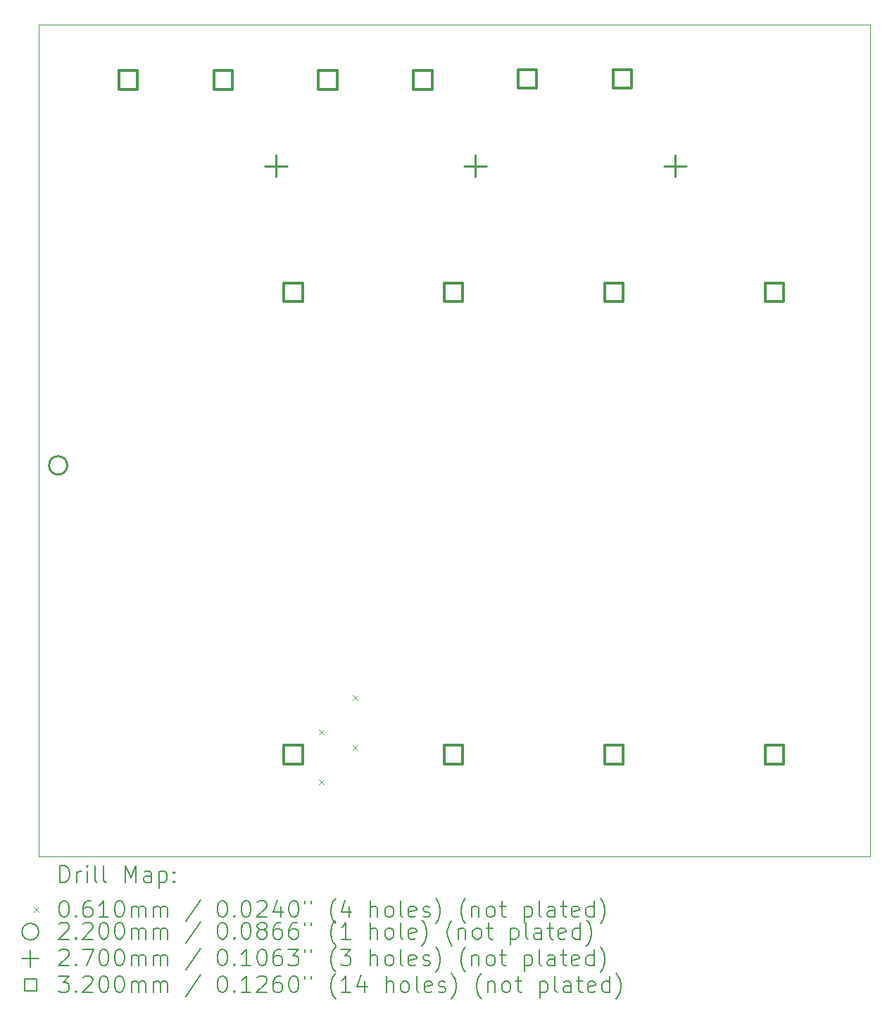
<source format=gbr>
%FSLAX45Y45*%
G04 Gerber Fmt 4.5, Leading zero omitted, Abs format (unit mm)*
G04 Created by KiCad (PCBNEW (6.0.6)) date 2023-10-25 22:22:26*
%MOMM*%
%LPD*%
G01*
G04 APERTURE LIST*
%TA.AperFunction,Profile*%
%ADD10C,0.050000*%
%TD*%
%ADD11C,0.200000*%
%ADD12C,0.061000*%
%ADD13C,0.220000*%
%ADD14C,0.270000*%
%ADD15C,0.320000*%
G04 APERTURE END LIST*
D10*
X0Y-10000000D02*
X10000000Y-10000000D01*
X0Y-10000000D02*
X0Y0D01*
X10000000Y0D02*
X10000000Y-10000000D01*
X10000000Y0D02*
X0Y0D01*
D11*
D12*
X3364500Y-8474500D02*
X3425500Y-8535500D01*
X3425500Y-8474500D02*
X3364500Y-8535500D01*
X3364500Y-9074500D02*
X3425500Y-9135500D01*
X3425500Y-9074500D02*
X3364500Y-9135500D01*
X3774500Y-8064500D02*
X3835500Y-8125500D01*
X3835500Y-8064500D02*
X3774500Y-8125500D01*
X3774500Y-8664500D02*
X3835500Y-8725500D01*
X3835500Y-8664500D02*
X3774500Y-8725500D01*
D13*
X341250Y-5300000D02*
G75*
G03*
X341250Y-5300000I-110000J0D01*
G01*
D14*
X2850000Y-1565000D02*
X2850000Y-1835000D01*
X2715000Y-1700000D02*
X2985000Y-1700000D01*
X5250000Y-1565000D02*
X5250000Y-1835000D01*
X5115000Y-1700000D02*
X5385000Y-1700000D01*
X7650000Y-1565000D02*
X7650000Y-1835000D01*
X7515000Y-1700000D02*
X7785000Y-1700000D01*
D15*
X1186138Y-778138D02*
X1186138Y-551862D01*
X959862Y-551862D01*
X959862Y-778138D01*
X1186138Y-778138D01*
X2329138Y-778138D02*
X2329138Y-551862D01*
X2102862Y-551862D01*
X2102862Y-778138D01*
X2329138Y-778138D01*
X3168638Y-3332638D02*
X3168638Y-3106362D01*
X2942362Y-3106362D01*
X2942362Y-3332638D01*
X3168638Y-3332638D01*
X3168638Y-8893638D02*
X3168638Y-8667362D01*
X2942362Y-8667362D01*
X2942362Y-8893638D01*
X3168638Y-8893638D01*
X3586138Y-778138D02*
X3586138Y-551862D01*
X3359862Y-551862D01*
X3359862Y-778138D01*
X3586138Y-778138D01*
X4729138Y-778138D02*
X4729138Y-551862D01*
X4502862Y-551862D01*
X4502862Y-778138D01*
X4729138Y-778138D01*
X5098638Y-3332638D02*
X5098638Y-3106362D01*
X4872362Y-3106362D01*
X4872362Y-3332638D01*
X5098638Y-3332638D01*
X5098638Y-8893638D02*
X5098638Y-8667362D01*
X4872362Y-8667362D01*
X4872362Y-8893638D01*
X5098638Y-8893638D01*
X5986138Y-768138D02*
X5986138Y-541862D01*
X5759862Y-541862D01*
X5759862Y-768138D01*
X5986138Y-768138D01*
X7028638Y-3332638D02*
X7028638Y-3106362D01*
X6802362Y-3106362D01*
X6802362Y-3332638D01*
X7028638Y-3332638D01*
X7028638Y-8893638D02*
X7028638Y-8667362D01*
X6802362Y-8667362D01*
X6802362Y-8893638D01*
X7028638Y-8893638D01*
X7129138Y-768138D02*
X7129138Y-541862D01*
X6902862Y-541862D01*
X6902862Y-768138D01*
X7129138Y-768138D01*
X8958638Y-3332638D02*
X8958638Y-3106362D01*
X8732362Y-3106362D01*
X8732362Y-3332638D01*
X8958638Y-3332638D01*
X8958638Y-8893638D02*
X8958638Y-8667362D01*
X8732362Y-8667362D01*
X8732362Y-8893638D01*
X8958638Y-8893638D01*
D11*
X255119Y-10312976D02*
X255119Y-10112976D01*
X302738Y-10112976D01*
X331310Y-10122500D01*
X350357Y-10141548D01*
X359881Y-10160595D01*
X369405Y-10198690D01*
X369405Y-10227262D01*
X359881Y-10265357D01*
X350357Y-10284405D01*
X331310Y-10303452D01*
X302738Y-10312976D01*
X255119Y-10312976D01*
X455119Y-10312976D02*
X455119Y-10179643D01*
X455119Y-10217738D02*
X464643Y-10198690D01*
X474167Y-10189167D01*
X493214Y-10179643D01*
X512262Y-10179643D01*
X578929Y-10312976D02*
X578929Y-10179643D01*
X578929Y-10112976D02*
X569405Y-10122500D01*
X578929Y-10132024D01*
X588452Y-10122500D01*
X578929Y-10112976D01*
X578929Y-10132024D01*
X702738Y-10312976D02*
X683690Y-10303452D01*
X674167Y-10284405D01*
X674167Y-10112976D01*
X807500Y-10312976D02*
X788452Y-10303452D01*
X778928Y-10284405D01*
X778928Y-10112976D01*
X1036071Y-10312976D02*
X1036071Y-10112976D01*
X1102738Y-10255833D01*
X1169405Y-10112976D01*
X1169405Y-10312976D01*
X1350357Y-10312976D02*
X1350357Y-10208214D01*
X1340833Y-10189167D01*
X1321786Y-10179643D01*
X1283690Y-10179643D01*
X1264643Y-10189167D01*
X1350357Y-10303452D02*
X1331310Y-10312976D01*
X1283690Y-10312976D01*
X1264643Y-10303452D01*
X1255119Y-10284405D01*
X1255119Y-10265357D01*
X1264643Y-10246310D01*
X1283690Y-10236786D01*
X1331310Y-10236786D01*
X1350357Y-10227262D01*
X1445595Y-10179643D02*
X1445595Y-10379643D01*
X1445595Y-10189167D02*
X1464643Y-10179643D01*
X1502738Y-10179643D01*
X1521786Y-10189167D01*
X1531309Y-10198690D01*
X1540833Y-10217738D01*
X1540833Y-10274881D01*
X1531309Y-10293929D01*
X1521786Y-10303452D01*
X1502738Y-10312976D01*
X1464643Y-10312976D01*
X1445595Y-10303452D01*
X1626548Y-10293929D02*
X1636071Y-10303452D01*
X1626548Y-10312976D01*
X1617024Y-10303452D01*
X1626548Y-10293929D01*
X1626548Y-10312976D01*
X1626548Y-10189167D02*
X1636071Y-10198690D01*
X1626548Y-10208214D01*
X1617024Y-10198690D01*
X1626548Y-10189167D01*
X1626548Y-10208214D01*
D12*
X-63500Y-10612000D02*
X-2500Y-10673000D01*
X-2500Y-10612000D02*
X-63500Y-10673000D01*
D11*
X293214Y-10532976D02*
X312262Y-10532976D01*
X331310Y-10542500D01*
X340833Y-10552024D01*
X350357Y-10571071D01*
X359881Y-10609167D01*
X359881Y-10656786D01*
X350357Y-10694881D01*
X340833Y-10713929D01*
X331310Y-10723452D01*
X312262Y-10732976D01*
X293214Y-10732976D01*
X274167Y-10723452D01*
X264643Y-10713929D01*
X255119Y-10694881D01*
X245595Y-10656786D01*
X245595Y-10609167D01*
X255119Y-10571071D01*
X264643Y-10552024D01*
X274167Y-10542500D01*
X293214Y-10532976D01*
X445595Y-10713929D02*
X455119Y-10723452D01*
X445595Y-10732976D01*
X436071Y-10723452D01*
X445595Y-10713929D01*
X445595Y-10732976D01*
X626548Y-10532976D02*
X588452Y-10532976D01*
X569405Y-10542500D01*
X559881Y-10552024D01*
X540833Y-10580595D01*
X531310Y-10618690D01*
X531310Y-10694881D01*
X540833Y-10713929D01*
X550357Y-10723452D01*
X569405Y-10732976D01*
X607500Y-10732976D01*
X626548Y-10723452D01*
X636071Y-10713929D01*
X645595Y-10694881D01*
X645595Y-10647262D01*
X636071Y-10628214D01*
X626548Y-10618690D01*
X607500Y-10609167D01*
X569405Y-10609167D01*
X550357Y-10618690D01*
X540833Y-10628214D01*
X531310Y-10647262D01*
X836071Y-10732976D02*
X721786Y-10732976D01*
X778928Y-10732976D02*
X778928Y-10532976D01*
X759881Y-10561548D01*
X740833Y-10580595D01*
X721786Y-10590119D01*
X959881Y-10532976D02*
X978928Y-10532976D01*
X997976Y-10542500D01*
X1007500Y-10552024D01*
X1017024Y-10571071D01*
X1026548Y-10609167D01*
X1026548Y-10656786D01*
X1017024Y-10694881D01*
X1007500Y-10713929D01*
X997976Y-10723452D01*
X978928Y-10732976D01*
X959881Y-10732976D01*
X940833Y-10723452D01*
X931309Y-10713929D01*
X921786Y-10694881D01*
X912262Y-10656786D01*
X912262Y-10609167D01*
X921786Y-10571071D01*
X931309Y-10552024D01*
X940833Y-10542500D01*
X959881Y-10532976D01*
X1112262Y-10732976D02*
X1112262Y-10599643D01*
X1112262Y-10618690D02*
X1121786Y-10609167D01*
X1140833Y-10599643D01*
X1169405Y-10599643D01*
X1188452Y-10609167D01*
X1197976Y-10628214D01*
X1197976Y-10732976D01*
X1197976Y-10628214D02*
X1207500Y-10609167D01*
X1226548Y-10599643D01*
X1255119Y-10599643D01*
X1274167Y-10609167D01*
X1283690Y-10628214D01*
X1283690Y-10732976D01*
X1378929Y-10732976D02*
X1378929Y-10599643D01*
X1378929Y-10618690D02*
X1388452Y-10609167D01*
X1407500Y-10599643D01*
X1436071Y-10599643D01*
X1455119Y-10609167D01*
X1464643Y-10628214D01*
X1464643Y-10732976D01*
X1464643Y-10628214D02*
X1474167Y-10609167D01*
X1493214Y-10599643D01*
X1521786Y-10599643D01*
X1540833Y-10609167D01*
X1550357Y-10628214D01*
X1550357Y-10732976D01*
X1940833Y-10523452D02*
X1769405Y-10780595D01*
X2197976Y-10532976D02*
X2217024Y-10532976D01*
X2236071Y-10542500D01*
X2245595Y-10552024D01*
X2255119Y-10571071D01*
X2264643Y-10609167D01*
X2264643Y-10656786D01*
X2255119Y-10694881D01*
X2245595Y-10713929D01*
X2236071Y-10723452D01*
X2217024Y-10732976D01*
X2197976Y-10732976D01*
X2178929Y-10723452D01*
X2169405Y-10713929D01*
X2159881Y-10694881D01*
X2150357Y-10656786D01*
X2150357Y-10609167D01*
X2159881Y-10571071D01*
X2169405Y-10552024D01*
X2178929Y-10542500D01*
X2197976Y-10532976D01*
X2350357Y-10713929D02*
X2359881Y-10723452D01*
X2350357Y-10732976D01*
X2340833Y-10723452D01*
X2350357Y-10713929D01*
X2350357Y-10732976D01*
X2483690Y-10532976D02*
X2502738Y-10532976D01*
X2521786Y-10542500D01*
X2531310Y-10552024D01*
X2540833Y-10571071D01*
X2550357Y-10609167D01*
X2550357Y-10656786D01*
X2540833Y-10694881D01*
X2531310Y-10713929D01*
X2521786Y-10723452D01*
X2502738Y-10732976D01*
X2483690Y-10732976D01*
X2464643Y-10723452D01*
X2455119Y-10713929D01*
X2445595Y-10694881D01*
X2436071Y-10656786D01*
X2436071Y-10609167D01*
X2445595Y-10571071D01*
X2455119Y-10552024D01*
X2464643Y-10542500D01*
X2483690Y-10532976D01*
X2626548Y-10552024D02*
X2636071Y-10542500D01*
X2655119Y-10532976D01*
X2702738Y-10532976D01*
X2721786Y-10542500D01*
X2731310Y-10552024D01*
X2740833Y-10571071D01*
X2740833Y-10590119D01*
X2731310Y-10618690D01*
X2617024Y-10732976D01*
X2740833Y-10732976D01*
X2912262Y-10599643D02*
X2912262Y-10732976D01*
X2864643Y-10523452D02*
X2817024Y-10666310D01*
X2940833Y-10666310D01*
X3055119Y-10532976D02*
X3074167Y-10532976D01*
X3093214Y-10542500D01*
X3102738Y-10552024D01*
X3112262Y-10571071D01*
X3121786Y-10609167D01*
X3121786Y-10656786D01*
X3112262Y-10694881D01*
X3102738Y-10713929D01*
X3093214Y-10723452D01*
X3074167Y-10732976D01*
X3055119Y-10732976D01*
X3036071Y-10723452D01*
X3026548Y-10713929D01*
X3017024Y-10694881D01*
X3007500Y-10656786D01*
X3007500Y-10609167D01*
X3017024Y-10571071D01*
X3026548Y-10552024D01*
X3036071Y-10542500D01*
X3055119Y-10532976D01*
X3197976Y-10532976D02*
X3197976Y-10571071D01*
X3274167Y-10532976D02*
X3274167Y-10571071D01*
X3569405Y-10809167D02*
X3559881Y-10799643D01*
X3540833Y-10771071D01*
X3531309Y-10752024D01*
X3521786Y-10723452D01*
X3512262Y-10675833D01*
X3512262Y-10637738D01*
X3521786Y-10590119D01*
X3531309Y-10561548D01*
X3540833Y-10542500D01*
X3559881Y-10513929D01*
X3569405Y-10504405D01*
X3731309Y-10599643D02*
X3731309Y-10732976D01*
X3683690Y-10523452D02*
X3636071Y-10666310D01*
X3759881Y-10666310D01*
X3988452Y-10732976D02*
X3988452Y-10532976D01*
X4074167Y-10732976D02*
X4074167Y-10628214D01*
X4064643Y-10609167D01*
X4045595Y-10599643D01*
X4017024Y-10599643D01*
X3997976Y-10609167D01*
X3988452Y-10618690D01*
X4197976Y-10732976D02*
X4178928Y-10723452D01*
X4169405Y-10713929D01*
X4159881Y-10694881D01*
X4159881Y-10637738D01*
X4169405Y-10618690D01*
X4178928Y-10609167D01*
X4197976Y-10599643D01*
X4226548Y-10599643D01*
X4245595Y-10609167D01*
X4255119Y-10618690D01*
X4264643Y-10637738D01*
X4264643Y-10694881D01*
X4255119Y-10713929D01*
X4245595Y-10723452D01*
X4226548Y-10732976D01*
X4197976Y-10732976D01*
X4378929Y-10732976D02*
X4359881Y-10723452D01*
X4350357Y-10704405D01*
X4350357Y-10532976D01*
X4531310Y-10723452D02*
X4512262Y-10732976D01*
X4474167Y-10732976D01*
X4455119Y-10723452D01*
X4445595Y-10704405D01*
X4445595Y-10628214D01*
X4455119Y-10609167D01*
X4474167Y-10599643D01*
X4512262Y-10599643D01*
X4531310Y-10609167D01*
X4540833Y-10628214D01*
X4540833Y-10647262D01*
X4445595Y-10666310D01*
X4617024Y-10723452D02*
X4636071Y-10732976D01*
X4674167Y-10732976D01*
X4693214Y-10723452D01*
X4702738Y-10704405D01*
X4702738Y-10694881D01*
X4693214Y-10675833D01*
X4674167Y-10666310D01*
X4645595Y-10666310D01*
X4626548Y-10656786D01*
X4617024Y-10637738D01*
X4617024Y-10628214D01*
X4626548Y-10609167D01*
X4645595Y-10599643D01*
X4674167Y-10599643D01*
X4693214Y-10609167D01*
X4769405Y-10809167D02*
X4778929Y-10799643D01*
X4797976Y-10771071D01*
X4807500Y-10752024D01*
X4817024Y-10723452D01*
X4826548Y-10675833D01*
X4826548Y-10637738D01*
X4817024Y-10590119D01*
X4807500Y-10561548D01*
X4797976Y-10542500D01*
X4778929Y-10513929D01*
X4769405Y-10504405D01*
X5131310Y-10809167D02*
X5121786Y-10799643D01*
X5102738Y-10771071D01*
X5093214Y-10752024D01*
X5083690Y-10723452D01*
X5074167Y-10675833D01*
X5074167Y-10637738D01*
X5083690Y-10590119D01*
X5093214Y-10561548D01*
X5102738Y-10542500D01*
X5121786Y-10513929D01*
X5131310Y-10504405D01*
X5207500Y-10599643D02*
X5207500Y-10732976D01*
X5207500Y-10618690D02*
X5217024Y-10609167D01*
X5236071Y-10599643D01*
X5264643Y-10599643D01*
X5283690Y-10609167D01*
X5293214Y-10628214D01*
X5293214Y-10732976D01*
X5417024Y-10732976D02*
X5397976Y-10723452D01*
X5388452Y-10713929D01*
X5378929Y-10694881D01*
X5378929Y-10637738D01*
X5388452Y-10618690D01*
X5397976Y-10609167D01*
X5417024Y-10599643D01*
X5445595Y-10599643D01*
X5464643Y-10609167D01*
X5474167Y-10618690D01*
X5483690Y-10637738D01*
X5483690Y-10694881D01*
X5474167Y-10713929D01*
X5464643Y-10723452D01*
X5445595Y-10732976D01*
X5417024Y-10732976D01*
X5540833Y-10599643D02*
X5617024Y-10599643D01*
X5569405Y-10532976D02*
X5569405Y-10704405D01*
X5578929Y-10723452D01*
X5597976Y-10732976D01*
X5617024Y-10732976D01*
X5836071Y-10599643D02*
X5836071Y-10799643D01*
X5836071Y-10609167D02*
X5855119Y-10599643D01*
X5893214Y-10599643D01*
X5912262Y-10609167D01*
X5921786Y-10618690D01*
X5931309Y-10637738D01*
X5931309Y-10694881D01*
X5921786Y-10713929D01*
X5912262Y-10723452D01*
X5893214Y-10732976D01*
X5855119Y-10732976D01*
X5836071Y-10723452D01*
X6045595Y-10732976D02*
X6026548Y-10723452D01*
X6017024Y-10704405D01*
X6017024Y-10532976D01*
X6207500Y-10732976D02*
X6207500Y-10628214D01*
X6197976Y-10609167D01*
X6178928Y-10599643D01*
X6140833Y-10599643D01*
X6121786Y-10609167D01*
X6207500Y-10723452D02*
X6188452Y-10732976D01*
X6140833Y-10732976D01*
X6121786Y-10723452D01*
X6112262Y-10704405D01*
X6112262Y-10685357D01*
X6121786Y-10666310D01*
X6140833Y-10656786D01*
X6188452Y-10656786D01*
X6207500Y-10647262D01*
X6274167Y-10599643D02*
X6350357Y-10599643D01*
X6302738Y-10532976D02*
X6302738Y-10704405D01*
X6312262Y-10723452D01*
X6331309Y-10732976D01*
X6350357Y-10732976D01*
X6493214Y-10723452D02*
X6474167Y-10732976D01*
X6436071Y-10732976D01*
X6417024Y-10723452D01*
X6407500Y-10704405D01*
X6407500Y-10628214D01*
X6417024Y-10609167D01*
X6436071Y-10599643D01*
X6474167Y-10599643D01*
X6493214Y-10609167D01*
X6502738Y-10628214D01*
X6502738Y-10647262D01*
X6407500Y-10666310D01*
X6674167Y-10732976D02*
X6674167Y-10532976D01*
X6674167Y-10723452D02*
X6655119Y-10732976D01*
X6617024Y-10732976D01*
X6597976Y-10723452D01*
X6588452Y-10713929D01*
X6578928Y-10694881D01*
X6578928Y-10637738D01*
X6588452Y-10618690D01*
X6597976Y-10609167D01*
X6617024Y-10599643D01*
X6655119Y-10599643D01*
X6674167Y-10609167D01*
X6750357Y-10809167D02*
X6759881Y-10799643D01*
X6778928Y-10771071D01*
X6788452Y-10752024D01*
X6797976Y-10723452D01*
X6807500Y-10675833D01*
X6807500Y-10637738D01*
X6797976Y-10590119D01*
X6788452Y-10561548D01*
X6778928Y-10542500D01*
X6759881Y-10513929D01*
X6750357Y-10504405D01*
X-2500Y-10906500D02*
G75*
G03*
X-2500Y-10906500I-100000J0D01*
G01*
X245595Y-10816024D02*
X255119Y-10806500D01*
X274167Y-10796976D01*
X321786Y-10796976D01*
X340833Y-10806500D01*
X350357Y-10816024D01*
X359881Y-10835071D01*
X359881Y-10854119D01*
X350357Y-10882690D01*
X236071Y-10996976D01*
X359881Y-10996976D01*
X445595Y-10977929D02*
X455119Y-10987452D01*
X445595Y-10996976D01*
X436071Y-10987452D01*
X445595Y-10977929D01*
X445595Y-10996976D01*
X531310Y-10816024D02*
X540833Y-10806500D01*
X559881Y-10796976D01*
X607500Y-10796976D01*
X626548Y-10806500D01*
X636071Y-10816024D01*
X645595Y-10835071D01*
X645595Y-10854119D01*
X636071Y-10882690D01*
X521786Y-10996976D01*
X645595Y-10996976D01*
X769405Y-10796976D02*
X788452Y-10796976D01*
X807500Y-10806500D01*
X817024Y-10816024D01*
X826548Y-10835071D01*
X836071Y-10873167D01*
X836071Y-10920786D01*
X826548Y-10958881D01*
X817024Y-10977929D01*
X807500Y-10987452D01*
X788452Y-10996976D01*
X769405Y-10996976D01*
X750357Y-10987452D01*
X740833Y-10977929D01*
X731309Y-10958881D01*
X721786Y-10920786D01*
X721786Y-10873167D01*
X731309Y-10835071D01*
X740833Y-10816024D01*
X750357Y-10806500D01*
X769405Y-10796976D01*
X959881Y-10796976D02*
X978928Y-10796976D01*
X997976Y-10806500D01*
X1007500Y-10816024D01*
X1017024Y-10835071D01*
X1026548Y-10873167D01*
X1026548Y-10920786D01*
X1017024Y-10958881D01*
X1007500Y-10977929D01*
X997976Y-10987452D01*
X978928Y-10996976D01*
X959881Y-10996976D01*
X940833Y-10987452D01*
X931309Y-10977929D01*
X921786Y-10958881D01*
X912262Y-10920786D01*
X912262Y-10873167D01*
X921786Y-10835071D01*
X931309Y-10816024D01*
X940833Y-10806500D01*
X959881Y-10796976D01*
X1112262Y-10996976D02*
X1112262Y-10863643D01*
X1112262Y-10882690D02*
X1121786Y-10873167D01*
X1140833Y-10863643D01*
X1169405Y-10863643D01*
X1188452Y-10873167D01*
X1197976Y-10892214D01*
X1197976Y-10996976D01*
X1197976Y-10892214D02*
X1207500Y-10873167D01*
X1226548Y-10863643D01*
X1255119Y-10863643D01*
X1274167Y-10873167D01*
X1283690Y-10892214D01*
X1283690Y-10996976D01*
X1378929Y-10996976D02*
X1378929Y-10863643D01*
X1378929Y-10882690D02*
X1388452Y-10873167D01*
X1407500Y-10863643D01*
X1436071Y-10863643D01*
X1455119Y-10873167D01*
X1464643Y-10892214D01*
X1464643Y-10996976D01*
X1464643Y-10892214D02*
X1474167Y-10873167D01*
X1493214Y-10863643D01*
X1521786Y-10863643D01*
X1540833Y-10873167D01*
X1550357Y-10892214D01*
X1550357Y-10996976D01*
X1940833Y-10787452D02*
X1769405Y-11044595D01*
X2197976Y-10796976D02*
X2217024Y-10796976D01*
X2236071Y-10806500D01*
X2245595Y-10816024D01*
X2255119Y-10835071D01*
X2264643Y-10873167D01*
X2264643Y-10920786D01*
X2255119Y-10958881D01*
X2245595Y-10977929D01*
X2236071Y-10987452D01*
X2217024Y-10996976D01*
X2197976Y-10996976D01*
X2178929Y-10987452D01*
X2169405Y-10977929D01*
X2159881Y-10958881D01*
X2150357Y-10920786D01*
X2150357Y-10873167D01*
X2159881Y-10835071D01*
X2169405Y-10816024D01*
X2178929Y-10806500D01*
X2197976Y-10796976D01*
X2350357Y-10977929D02*
X2359881Y-10987452D01*
X2350357Y-10996976D01*
X2340833Y-10987452D01*
X2350357Y-10977929D01*
X2350357Y-10996976D01*
X2483690Y-10796976D02*
X2502738Y-10796976D01*
X2521786Y-10806500D01*
X2531310Y-10816024D01*
X2540833Y-10835071D01*
X2550357Y-10873167D01*
X2550357Y-10920786D01*
X2540833Y-10958881D01*
X2531310Y-10977929D01*
X2521786Y-10987452D01*
X2502738Y-10996976D01*
X2483690Y-10996976D01*
X2464643Y-10987452D01*
X2455119Y-10977929D01*
X2445595Y-10958881D01*
X2436071Y-10920786D01*
X2436071Y-10873167D01*
X2445595Y-10835071D01*
X2455119Y-10816024D01*
X2464643Y-10806500D01*
X2483690Y-10796976D01*
X2664643Y-10882690D02*
X2645595Y-10873167D01*
X2636071Y-10863643D01*
X2626548Y-10844595D01*
X2626548Y-10835071D01*
X2636071Y-10816024D01*
X2645595Y-10806500D01*
X2664643Y-10796976D01*
X2702738Y-10796976D01*
X2721786Y-10806500D01*
X2731310Y-10816024D01*
X2740833Y-10835071D01*
X2740833Y-10844595D01*
X2731310Y-10863643D01*
X2721786Y-10873167D01*
X2702738Y-10882690D01*
X2664643Y-10882690D01*
X2645595Y-10892214D01*
X2636071Y-10901738D01*
X2626548Y-10920786D01*
X2626548Y-10958881D01*
X2636071Y-10977929D01*
X2645595Y-10987452D01*
X2664643Y-10996976D01*
X2702738Y-10996976D01*
X2721786Y-10987452D01*
X2731310Y-10977929D01*
X2740833Y-10958881D01*
X2740833Y-10920786D01*
X2731310Y-10901738D01*
X2721786Y-10892214D01*
X2702738Y-10882690D01*
X2912262Y-10796976D02*
X2874167Y-10796976D01*
X2855119Y-10806500D01*
X2845595Y-10816024D01*
X2826548Y-10844595D01*
X2817024Y-10882690D01*
X2817024Y-10958881D01*
X2826548Y-10977929D01*
X2836071Y-10987452D01*
X2855119Y-10996976D01*
X2893214Y-10996976D01*
X2912262Y-10987452D01*
X2921786Y-10977929D01*
X2931309Y-10958881D01*
X2931309Y-10911262D01*
X2921786Y-10892214D01*
X2912262Y-10882690D01*
X2893214Y-10873167D01*
X2855119Y-10873167D01*
X2836071Y-10882690D01*
X2826548Y-10892214D01*
X2817024Y-10911262D01*
X3102738Y-10796976D02*
X3064643Y-10796976D01*
X3045595Y-10806500D01*
X3036071Y-10816024D01*
X3017024Y-10844595D01*
X3007500Y-10882690D01*
X3007500Y-10958881D01*
X3017024Y-10977929D01*
X3026548Y-10987452D01*
X3045595Y-10996976D01*
X3083690Y-10996976D01*
X3102738Y-10987452D01*
X3112262Y-10977929D01*
X3121786Y-10958881D01*
X3121786Y-10911262D01*
X3112262Y-10892214D01*
X3102738Y-10882690D01*
X3083690Y-10873167D01*
X3045595Y-10873167D01*
X3026548Y-10882690D01*
X3017024Y-10892214D01*
X3007500Y-10911262D01*
X3197976Y-10796976D02*
X3197976Y-10835071D01*
X3274167Y-10796976D02*
X3274167Y-10835071D01*
X3569405Y-11073167D02*
X3559881Y-11063643D01*
X3540833Y-11035071D01*
X3531309Y-11016024D01*
X3521786Y-10987452D01*
X3512262Y-10939833D01*
X3512262Y-10901738D01*
X3521786Y-10854119D01*
X3531309Y-10825548D01*
X3540833Y-10806500D01*
X3559881Y-10777929D01*
X3569405Y-10768405D01*
X3750357Y-10996976D02*
X3636071Y-10996976D01*
X3693214Y-10996976D02*
X3693214Y-10796976D01*
X3674167Y-10825548D01*
X3655119Y-10844595D01*
X3636071Y-10854119D01*
X3988452Y-10996976D02*
X3988452Y-10796976D01*
X4074167Y-10996976D02*
X4074167Y-10892214D01*
X4064643Y-10873167D01*
X4045595Y-10863643D01*
X4017024Y-10863643D01*
X3997976Y-10873167D01*
X3988452Y-10882690D01*
X4197976Y-10996976D02*
X4178928Y-10987452D01*
X4169405Y-10977929D01*
X4159881Y-10958881D01*
X4159881Y-10901738D01*
X4169405Y-10882690D01*
X4178928Y-10873167D01*
X4197976Y-10863643D01*
X4226548Y-10863643D01*
X4245595Y-10873167D01*
X4255119Y-10882690D01*
X4264643Y-10901738D01*
X4264643Y-10958881D01*
X4255119Y-10977929D01*
X4245595Y-10987452D01*
X4226548Y-10996976D01*
X4197976Y-10996976D01*
X4378929Y-10996976D02*
X4359881Y-10987452D01*
X4350357Y-10968405D01*
X4350357Y-10796976D01*
X4531310Y-10987452D02*
X4512262Y-10996976D01*
X4474167Y-10996976D01*
X4455119Y-10987452D01*
X4445595Y-10968405D01*
X4445595Y-10892214D01*
X4455119Y-10873167D01*
X4474167Y-10863643D01*
X4512262Y-10863643D01*
X4531310Y-10873167D01*
X4540833Y-10892214D01*
X4540833Y-10911262D01*
X4445595Y-10930310D01*
X4607500Y-11073167D02*
X4617024Y-11063643D01*
X4636071Y-11035071D01*
X4645595Y-11016024D01*
X4655119Y-10987452D01*
X4664643Y-10939833D01*
X4664643Y-10901738D01*
X4655119Y-10854119D01*
X4645595Y-10825548D01*
X4636071Y-10806500D01*
X4617024Y-10777929D01*
X4607500Y-10768405D01*
X4969405Y-11073167D02*
X4959881Y-11063643D01*
X4940833Y-11035071D01*
X4931310Y-11016024D01*
X4921786Y-10987452D01*
X4912262Y-10939833D01*
X4912262Y-10901738D01*
X4921786Y-10854119D01*
X4931310Y-10825548D01*
X4940833Y-10806500D01*
X4959881Y-10777929D01*
X4969405Y-10768405D01*
X5045595Y-10863643D02*
X5045595Y-10996976D01*
X5045595Y-10882690D02*
X5055119Y-10873167D01*
X5074167Y-10863643D01*
X5102738Y-10863643D01*
X5121786Y-10873167D01*
X5131310Y-10892214D01*
X5131310Y-10996976D01*
X5255119Y-10996976D02*
X5236071Y-10987452D01*
X5226548Y-10977929D01*
X5217024Y-10958881D01*
X5217024Y-10901738D01*
X5226548Y-10882690D01*
X5236071Y-10873167D01*
X5255119Y-10863643D01*
X5283690Y-10863643D01*
X5302738Y-10873167D01*
X5312262Y-10882690D01*
X5321786Y-10901738D01*
X5321786Y-10958881D01*
X5312262Y-10977929D01*
X5302738Y-10987452D01*
X5283690Y-10996976D01*
X5255119Y-10996976D01*
X5378929Y-10863643D02*
X5455119Y-10863643D01*
X5407500Y-10796976D02*
X5407500Y-10968405D01*
X5417024Y-10987452D01*
X5436071Y-10996976D01*
X5455119Y-10996976D01*
X5674167Y-10863643D02*
X5674167Y-11063643D01*
X5674167Y-10873167D02*
X5693214Y-10863643D01*
X5731309Y-10863643D01*
X5750357Y-10873167D01*
X5759881Y-10882690D01*
X5769405Y-10901738D01*
X5769405Y-10958881D01*
X5759881Y-10977929D01*
X5750357Y-10987452D01*
X5731309Y-10996976D01*
X5693214Y-10996976D01*
X5674167Y-10987452D01*
X5883690Y-10996976D02*
X5864643Y-10987452D01*
X5855119Y-10968405D01*
X5855119Y-10796976D01*
X6045595Y-10996976D02*
X6045595Y-10892214D01*
X6036071Y-10873167D01*
X6017024Y-10863643D01*
X5978928Y-10863643D01*
X5959881Y-10873167D01*
X6045595Y-10987452D02*
X6026548Y-10996976D01*
X5978928Y-10996976D01*
X5959881Y-10987452D01*
X5950357Y-10968405D01*
X5950357Y-10949357D01*
X5959881Y-10930310D01*
X5978928Y-10920786D01*
X6026548Y-10920786D01*
X6045595Y-10911262D01*
X6112262Y-10863643D02*
X6188452Y-10863643D01*
X6140833Y-10796976D02*
X6140833Y-10968405D01*
X6150357Y-10987452D01*
X6169405Y-10996976D01*
X6188452Y-10996976D01*
X6331309Y-10987452D02*
X6312262Y-10996976D01*
X6274167Y-10996976D01*
X6255119Y-10987452D01*
X6245595Y-10968405D01*
X6245595Y-10892214D01*
X6255119Y-10873167D01*
X6274167Y-10863643D01*
X6312262Y-10863643D01*
X6331309Y-10873167D01*
X6340833Y-10892214D01*
X6340833Y-10911262D01*
X6245595Y-10930310D01*
X6512262Y-10996976D02*
X6512262Y-10796976D01*
X6512262Y-10987452D02*
X6493214Y-10996976D01*
X6455119Y-10996976D01*
X6436071Y-10987452D01*
X6426548Y-10977929D01*
X6417024Y-10958881D01*
X6417024Y-10901738D01*
X6426548Y-10882690D01*
X6436071Y-10873167D01*
X6455119Y-10863643D01*
X6493214Y-10863643D01*
X6512262Y-10873167D01*
X6588452Y-11073167D02*
X6597976Y-11063643D01*
X6617024Y-11035071D01*
X6626548Y-11016024D01*
X6636071Y-10987452D01*
X6645595Y-10939833D01*
X6645595Y-10901738D01*
X6636071Y-10854119D01*
X6626548Y-10825548D01*
X6617024Y-10806500D01*
X6597976Y-10777929D01*
X6588452Y-10768405D01*
X-102500Y-11126500D02*
X-102500Y-11326500D01*
X-202500Y-11226500D02*
X-2500Y-11226500D01*
X245595Y-11136024D02*
X255119Y-11126500D01*
X274167Y-11116976D01*
X321786Y-11116976D01*
X340833Y-11126500D01*
X350357Y-11136024D01*
X359881Y-11155071D01*
X359881Y-11174119D01*
X350357Y-11202690D01*
X236071Y-11316976D01*
X359881Y-11316976D01*
X445595Y-11297928D02*
X455119Y-11307452D01*
X445595Y-11316976D01*
X436071Y-11307452D01*
X445595Y-11297928D01*
X445595Y-11316976D01*
X521786Y-11116976D02*
X655119Y-11116976D01*
X569405Y-11316976D01*
X769405Y-11116976D02*
X788452Y-11116976D01*
X807500Y-11126500D01*
X817024Y-11136024D01*
X826548Y-11155071D01*
X836071Y-11193167D01*
X836071Y-11240786D01*
X826548Y-11278881D01*
X817024Y-11297928D01*
X807500Y-11307452D01*
X788452Y-11316976D01*
X769405Y-11316976D01*
X750357Y-11307452D01*
X740833Y-11297928D01*
X731309Y-11278881D01*
X721786Y-11240786D01*
X721786Y-11193167D01*
X731309Y-11155071D01*
X740833Y-11136024D01*
X750357Y-11126500D01*
X769405Y-11116976D01*
X959881Y-11116976D02*
X978928Y-11116976D01*
X997976Y-11126500D01*
X1007500Y-11136024D01*
X1017024Y-11155071D01*
X1026548Y-11193167D01*
X1026548Y-11240786D01*
X1017024Y-11278881D01*
X1007500Y-11297928D01*
X997976Y-11307452D01*
X978928Y-11316976D01*
X959881Y-11316976D01*
X940833Y-11307452D01*
X931309Y-11297928D01*
X921786Y-11278881D01*
X912262Y-11240786D01*
X912262Y-11193167D01*
X921786Y-11155071D01*
X931309Y-11136024D01*
X940833Y-11126500D01*
X959881Y-11116976D01*
X1112262Y-11316976D02*
X1112262Y-11183643D01*
X1112262Y-11202690D02*
X1121786Y-11193167D01*
X1140833Y-11183643D01*
X1169405Y-11183643D01*
X1188452Y-11193167D01*
X1197976Y-11212214D01*
X1197976Y-11316976D01*
X1197976Y-11212214D02*
X1207500Y-11193167D01*
X1226548Y-11183643D01*
X1255119Y-11183643D01*
X1274167Y-11193167D01*
X1283690Y-11212214D01*
X1283690Y-11316976D01*
X1378929Y-11316976D02*
X1378929Y-11183643D01*
X1378929Y-11202690D02*
X1388452Y-11193167D01*
X1407500Y-11183643D01*
X1436071Y-11183643D01*
X1455119Y-11193167D01*
X1464643Y-11212214D01*
X1464643Y-11316976D01*
X1464643Y-11212214D02*
X1474167Y-11193167D01*
X1493214Y-11183643D01*
X1521786Y-11183643D01*
X1540833Y-11193167D01*
X1550357Y-11212214D01*
X1550357Y-11316976D01*
X1940833Y-11107452D02*
X1769405Y-11364595D01*
X2197976Y-11116976D02*
X2217024Y-11116976D01*
X2236071Y-11126500D01*
X2245595Y-11136024D01*
X2255119Y-11155071D01*
X2264643Y-11193167D01*
X2264643Y-11240786D01*
X2255119Y-11278881D01*
X2245595Y-11297928D01*
X2236071Y-11307452D01*
X2217024Y-11316976D01*
X2197976Y-11316976D01*
X2178929Y-11307452D01*
X2169405Y-11297928D01*
X2159881Y-11278881D01*
X2150357Y-11240786D01*
X2150357Y-11193167D01*
X2159881Y-11155071D01*
X2169405Y-11136024D01*
X2178929Y-11126500D01*
X2197976Y-11116976D01*
X2350357Y-11297928D02*
X2359881Y-11307452D01*
X2350357Y-11316976D01*
X2340833Y-11307452D01*
X2350357Y-11297928D01*
X2350357Y-11316976D01*
X2550357Y-11316976D02*
X2436071Y-11316976D01*
X2493214Y-11316976D02*
X2493214Y-11116976D01*
X2474167Y-11145548D01*
X2455119Y-11164595D01*
X2436071Y-11174119D01*
X2674167Y-11116976D02*
X2693214Y-11116976D01*
X2712262Y-11126500D01*
X2721786Y-11136024D01*
X2731310Y-11155071D01*
X2740833Y-11193167D01*
X2740833Y-11240786D01*
X2731310Y-11278881D01*
X2721786Y-11297928D01*
X2712262Y-11307452D01*
X2693214Y-11316976D01*
X2674167Y-11316976D01*
X2655119Y-11307452D01*
X2645595Y-11297928D01*
X2636071Y-11278881D01*
X2626548Y-11240786D01*
X2626548Y-11193167D01*
X2636071Y-11155071D01*
X2645595Y-11136024D01*
X2655119Y-11126500D01*
X2674167Y-11116976D01*
X2912262Y-11116976D02*
X2874167Y-11116976D01*
X2855119Y-11126500D01*
X2845595Y-11136024D01*
X2826548Y-11164595D01*
X2817024Y-11202690D01*
X2817024Y-11278881D01*
X2826548Y-11297928D01*
X2836071Y-11307452D01*
X2855119Y-11316976D01*
X2893214Y-11316976D01*
X2912262Y-11307452D01*
X2921786Y-11297928D01*
X2931309Y-11278881D01*
X2931309Y-11231262D01*
X2921786Y-11212214D01*
X2912262Y-11202690D01*
X2893214Y-11193167D01*
X2855119Y-11193167D01*
X2836071Y-11202690D01*
X2826548Y-11212214D01*
X2817024Y-11231262D01*
X2997976Y-11116976D02*
X3121786Y-11116976D01*
X3055119Y-11193167D01*
X3083690Y-11193167D01*
X3102738Y-11202690D01*
X3112262Y-11212214D01*
X3121786Y-11231262D01*
X3121786Y-11278881D01*
X3112262Y-11297928D01*
X3102738Y-11307452D01*
X3083690Y-11316976D01*
X3026548Y-11316976D01*
X3007500Y-11307452D01*
X2997976Y-11297928D01*
X3197976Y-11116976D02*
X3197976Y-11155071D01*
X3274167Y-11116976D02*
X3274167Y-11155071D01*
X3569405Y-11393167D02*
X3559881Y-11383643D01*
X3540833Y-11355071D01*
X3531309Y-11336024D01*
X3521786Y-11307452D01*
X3512262Y-11259833D01*
X3512262Y-11221738D01*
X3521786Y-11174119D01*
X3531309Y-11145548D01*
X3540833Y-11126500D01*
X3559881Y-11097929D01*
X3569405Y-11088405D01*
X3626548Y-11116976D02*
X3750357Y-11116976D01*
X3683690Y-11193167D01*
X3712262Y-11193167D01*
X3731309Y-11202690D01*
X3740833Y-11212214D01*
X3750357Y-11231262D01*
X3750357Y-11278881D01*
X3740833Y-11297928D01*
X3731309Y-11307452D01*
X3712262Y-11316976D01*
X3655119Y-11316976D01*
X3636071Y-11307452D01*
X3626548Y-11297928D01*
X3988452Y-11316976D02*
X3988452Y-11116976D01*
X4074167Y-11316976D02*
X4074167Y-11212214D01*
X4064643Y-11193167D01*
X4045595Y-11183643D01*
X4017024Y-11183643D01*
X3997976Y-11193167D01*
X3988452Y-11202690D01*
X4197976Y-11316976D02*
X4178928Y-11307452D01*
X4169405Y-11297928D01*
X4159881Y-11278881D01*
X4159881Y-11221738D01*
X4169405Y-11202690D01*
X4178928Y-11193167D01*
X4197976Y-11183643D01*
X4226548Y-11183643D01*
X4245595Y-11193167D01*
X4255119Y-11202690D01*
X4264643Y-11221738D01*
X4264643Y-11278881D01*
X4255119Y-11297928D01*
X4245595Y-11307452D01*
X4226548Y-11316976D01*
X4197976Y-11316976D01*
X4378929Y-11316976D02*
X4359881Y-11307452D01*
X4350357Y-11288405D01*
X4350357Y-11116976D01*
X4531310Y-11307452D02*
X4512262Y-11316976D01*
X4474167Y-11316976D01*
X4455119Y-11307452D01*
X4445595Y-11288405D01*
X4445595Y-11212214D01*
X4455119Y-11193167D01*
X4474167Y-11183643D01*
X4512262Y-11183643D01*
X4531310Y-11193167D01*
X4540833Y-11212214D01*
X4540833Y-11231262D01*
X4445595Y-11250309D01*
X4617024Y-11307452D02*
X4636071Y-11316976D01*
X4674167Y-11316976D01*
X4693214Y-11307452D01*
X4702738Y-11288405D01*
X4702738Y-11278881D01*
X4693214Y-11259833D01*
X4674167Y-11250309D01*
X4645595Y-11250309D01*
X4626548Y-11240786D01*
X4617024Y-11221738D01*
X4617024Y-11212214D01*
X4626548Y-11193167D01*
X4645595Y-11183643D01*
X4674167Y-11183643D01*
X4693214Y-11193167D01*
X4769405Y-11393167D02*
X4778929Y-11383643D01*
X4797976Y-11355071D01*
X4807500Y-11336024D01*
X4817024Y-11307452D01*
X4826548Y-11259833D01*
X4826548Y-11221738D01*
X4817024Y-11174119D01*
X4807500Y-11145548D01*
X4797976Y-11126500D01*
X4778929Y-11097929D01*
X4769405Y-11088405D01*
X5131310Y-11393167D02*
X5121786Y-11383643D01*
X5102738Y-11355071D01*
X5093214Y-11336024D01*
X5083690Y-11307452D01*
X5074167Y-11259833D01*
X5074167Y-11221738D01*
X5083690Y-11174119D01*
X5093214Y-11145548D01*
X5102738Y-11126500D01*
X5121786Y-11097929D01*
X5131310Y-11088405D01*
X5207500Y-11183643D02*
X5207500Y-11316976D01*
X5207500Y-11202690D02*
X5217024Y-11193167D01*
X5236071Y-11183643D01*
X5264643Y-11183643D01*
X5283690Y-11193167D01*
X5293214Y-11212214D01*
X5293214Y-11316976D01*
X5417024Y-11316976D02*
X5397976Y-11307452D01*
X5388452Y-11297928D01*
X5378929Y-11278881D01*
X5378929Y-11221738D01*
X5388452Y-11202690D01*
X5397976Y-11193167D01*
X5417024Y-11183643D01*
X5445595Y-11183643D01*
X5464643Y-11193167D01*
X5474167Y-11202690D01*
X5483690Y-11221738D01*
X5483690Y-11278881D01*
X5474167Y-11297928D01*
X5464643Y-11307452D01*
X5445595Y-11316976D01*
X5417024Y-11316976D01*
X5540833Y-11183643D02*
X5617024Y-11183643D01*
X5569405Y-11116976D02*
X5569405Y-11288405D01*
X5578929Y-11307452D01*
X5597976Y-11316976D01*
X5617024Y-11316976D01*
X5836071Y-11183643D02*
X5836071Y-11383643D01*
X5836071Y-11193167D02*
X5855119Y-11183643D01*
X5893214Y-11183643D01*
X5912262Y-11193167D01*
X5921786Y-11202690D01*
X5931309Y-11221738D01*
X5931309Y-11278881D01*
X5921786Y-11297928D01*
X5912262Y-11307452D01*
X5893214Y-11316976D01*
X5855119Y-11316976D01*
X5836071Y-11307452D01*
X6045595Y-11316976D02*
X6026548Y-11307452D01*
X6017024Y-11288405D01*
X6017024Y-11116976D01*
X6207500Y-11316976D02*
X6207500Y-11212214D01*
X6197976Y-11193167D01*
X6178928Y-11183643D01*
X6140833Y-11183643D01*
X6121786Y-11193167D01*
X6207500Y-11307452D02*
X6188452Y-11316976D01*
X6140833Y-11316976D01*
X6121786Y-11307452D01*
X6112262Y-11288405D01*
X6112262Y-11269357D01*
X6121786Y-11250309D01*
X6140833Y-11240786D01*
X6188452Y-11240786D01*
X6207500Y-11231262D01*
X6274167Y-11183643D02*
X6350357Y-11183643D01*
X6302738Y-11116976D02*
X6302738Y-11288405D01*
X6312262Y-11307452D01*
X6331309Y-11316976D01*
X6350357Y-11316976D01*
X6493214Y-11307452D02*
X6474167Y-11316976D01*
X6436071Y-11316976D01*
X6417024Y-11307452D01*
X6407500Y-11288405D01*
X6407500Y-11212214D01*
X6417024Y-11193167D01*
X6436071Y-11183643D01*
X6474167Y-11183643D01*
X6493214Y-11193167D01*
X6502738Y-11212214D01*
X6502738Y-11231262D01*
X6407500Y-11250309D01*
X6674167Y-11316976D02*
X6674167Y-11116976D01*
X6674167Y-11307452D02*
X6655119Y-11316976D01*
X6617024Y-11316976D01*
X6597976Y-11307452D01*
X6588452Y-11297928D01*
X6578928Y-11278881D01*
X6578928Y-11221738D01*
X6588452Y-11202690D01*
X6597976Y-11193167D01*
X6617024Y-11183643D01*
X6655119Y-11183643D01*
X6674167Y-11193167D01*
X6750357Y-11393167D02*
X6759881Y-11383643D01*
X6778928Y-11355071D01*
X6788452Y-11336024D01*
X6797976Y-11307452D01*
X6807500Y-11259833D01*
X6807500Y-11221738D01*
X6797976Y-11174119D01*
X6788452Y-11145548D01*
X6778928Y-11126500D01*
X6759881Y-11097929D01*
X6750357Y-11088405D01*
X-31789Y-11617211D02*
X-31789Y-11475789D01*
X-173211Y-11475789D01*
X-173211Y-11617211D01*
X-31789Y-11617211D01*
X236071Y-11436976D02*
X359881Y-11436976D01*
X293214Y-11513167D01*
X321786Y-11513167D01*
X340833Y-11522690D01*
X350357Y-11532214D01*
X359881Y-11551262D01*
X359881Y-11598881D01*
X350357Y-11617928D01*
X340833Y-11627452D01*
X321786Y-11636976D01*
X264643Y-11636976D01*
X245595Y-11627452D01*
X236071Y-11617928D01*
X445595Y-11617928D02*
X455119Y-11627452D01*
X445595Y-11636976D01*
X436071Y-11627452D01*
X445595Y-11617928D01*
X445595Y-11636976D01*
X531310Y-11456024D02*
X540833Y-11446500D01*
X559881Y-11436976D01*
X607500Y-11436976D01*
X626548Y-11446500D01*
X636071Y-11456024D01*
X645595Y-11475071D01*
X645595Y-11494119D01*
X636071Y-11522690D01*
X521786Y-11636976D01*
X645595Y-11636976D01*
X769405Y-11436976D02*
X788452Y-11436976D01*
X807500Y-11446500D01*
X817024Y-11456024D01*
X826548Y-11475071D01*
X836071Y-11513167D01*
X836071Y-11560786D01*
X826548Y-11598881D01*
X817024Y-11617928D01*
X807500Y-11627452D01*
X788452Y-11636976D01*
X769405Y-11636976D01*
X750357Y-11627452D01*
X740833Y-11617928D01*
X731309Y-11598881D01*
X721786Y-11560786D01*
X721786Y-11513167D01*
X731309Y-11475071D01*
X740833Y-11456024D01*
X750357Y-11446500D01*
X769405Y-11436976D01*
X959881Y-11436976D02*
X978928Y-11436976D01*
X997976Y-11446500D01*
X1007500Y-11456024D01*
X1017024Y-11475071D01*
X1026548Y-11513167D01*
X1026548Y-11560786D01*
X1017024Y-11598881D01*
X1007500Y-11617928D01*
X997976Y-11627452D01*
X978928Y-11636976D01*
X959881Y-11636976D01*
X940833Y-11627452D01*
X931309Y-11617928D01*
X921786Y-11598881D01*
X912262Y-11560786D01*
X912262Y-11513167D01*
X921786Y-11475071D01*
X931309Y-11456024D01*
X940833Y-11446500D01*
X959881Y-11436976D01*
X1112262Y-11636976D02*
X1112262Y-11503643D01*
X1112262Y-11522690D02*
X1121786Y-11513167D01*
X1140833Y-11503643D01*
X1169405Y-11503643D01*
X1188452Y-11513167D01*
X1197976Y-11532214D01*
X1197976Y-11636976D01*
X1197976Y-11532214D02*
X1207500Y-11513167D01*
X1226548Y-11503643D01*
X1255119Y-11503643D01*
X1274167Y-11513167D01*
X1283690Y-11532214D01*
X1283690Y-11636976D01*
X1378929Y-11636976D02*
X1378929Y-11503643D01*
X1378929Y-11522690D02*
X1388452Y-11513167D01*
X1407500Y-11503643D01*
X1436071Y-11503643D01*
X1455119Y-11513167D01*
X1464643Y-11532214D01*
X1464643Y-11636976D01*
X1464643Y-11532214D02*
X1474167Y-11513167D01*
X1493214Y-11503643D01*
X1521786Y-11503643D01*
X1540833Y-11513167D01*
X1550357Y-11532214D01*
X1550357Y-11636976D01*
X1940833Y-11427452D02*
X1769405Y-11684595D01*
X2197976Y-11436976D02*
X2217024Y-11436976D01*
X2236071Y-11446500D01*
X2245595Y-11456024D01*
X2255119Y-11475071D01*
X2264643Y-11513167D01*
X2264643Y-11560786D01*
X2255119Y-11598881D01*
X2245595Y-11617928D01*
X2236071Y-11627452D01*
X2217024Y-11636976D01*
X2197976Y-11636976D01*
X2178929Y-11627452D01*
X2169405Y-11617928D01*
X2159881Y-11598881D01*
X2150357Y-11560786D01*
X2150357Y-11513167D01*
X2159881Y-11475071D01*
X2169405Y-11456024D01*
X2178929Y-11446500D01*
X2197976Y-11436976D01*
X2350357Y-11617928D02*
X2359881Y-11627452D01*
X2350357Y-11636976D01*
X2340833Y-11627452D01*
X2350357Y-11617928D01*
X2350357Y-11636976D01*
X2550357Y-11636976D02*
X2436071Y-11636976D01*
X2493214Y-11636976D02*
X2493214Y-11436976D01*
X2474167Y-11465548D01*
X2455119Y-11484595D01*
X2436071Y-11494119D01*
X2626548Y-11456024D02*
X2636071Y-11446500D01*
X2655119Y-11436976D01*
X2702738Y-11436976D01*
X2721786Y-11446500D01*
X2731310Y-11456024D01*
X2740833Y-11475071D01*
X2740833Y-11494119D01*
X2731310Y-11522690D01*
X2617024Y-11636976D01*
X2740833Y-11636976D01*
X2912262Y-11436976D02*
X2874167Y-11436976D01*
X2855119Y-11446500D01*
X2845595Y-11456024D01*
X2826548Y-11484595D01*
X2817024Y-11522690D01*
X2817024Y-11598881D01*
X2826548Y-11617928D01*
X2836071Y-11627452D01*
X2855119Y-11636976D01*
X2893214Y-11636976D01*
X2912262Y-11627452D01*
X2921786Y-11617928D01*
X2931309Y-11598881D01*
X2931309Y-11551262D01*
X2921786Y-11532214D01*
X2912262Y-11522690D01*
X2893214Y-11513167D01*
X2855119Y-11513167D01*
X2836071Y-11522690D01*
X2826548Y-11532214D01*
X2817024Y-11551262D01*
X3055119Y-11436976D02*
X3074167Y-11436976D01*
X3093214Y-11446500D01*
X3102738Y-11456024D01*
X3112262Y-11475071D01*
X3121786Y-11513167D01*
X3121786Y-11560786D01*
X3112262Y-11598881D01*
X3102738Y-11617928D01*
X3093214Y-11627452D01*
X3074167Y-11636976D01*
X3055119Y-11636976D01*
X3036071Y-11627452D01*
X3026548Y-11617928D01*
X3017024Y-11598881D01*
X3007500Y-11560786D01*
X3007500Y-11513167D01*
X3017024Y-11475071D01*
X3026548Y-11456024D01*
X3036071Y-11446500D01*
X3055119Y-11436976D01*
X3197976Y-11436976D02*
X3197976Y-11475071D01*
X3274167Y-11436976D02*
X3274167Y-11475071D01*
X3569405Y-11713167D02*
X3559881Y-11703643D01*
X3540833Y-11675071D01*
X3531309Y-11656024D01*
X3521786Y-11627452D01*
X3512262Y-11579833D01*
X3512262Y-11541738D01*
X3521786Y-11494119D01*
X3531309Y-11465548D01*
X3540833Y-11446500D01*
X3559881Y-11417928D01*
X3569405Y-11408405D01*
X3750357Y-11636976D02*
X3636071Y-11636976D01*
X3693214Y-11636976D02*
X3693214Y-11436976D01*
X3674167Y-11465548D01*
X3655119Y-11484595D01*
X3636071Y-11494119D01*
X3921786Y-11503643D02*
X3921786Y-11636976D01*
X3874167Y-11427452D02*
X3826548Y-11570309D01*
X3950357Y-11570309D01*
X4178928Y-11636976D02*
X4178928Y-11436976D01*
X4264643Y-11636976D02*
X4264643Y-11532214D01*
X4255119Y-11513167D01*
X4236071Y-11503643D01*
X4207500Y-11503643D01*
X4188452Y-11513167D01*
X4178928Y-11522690D01*
X4388452Y-11636976D02*
X4369405Y-11627452D01*
X4359881Y-11617928D01*
X4350357Y-11598881D01*
X4350357Y-11541738D01*
X4359881Y-11522690D01*
X4369405Y-11513167D01*
X4388452Y-11503643D01*
X4417024Y-11503643D01*
X4436071Y-11513167D01*
X4445595Y-11522690D01*
X4455119Y-11541738D01*
X4455119Y-11598881D01*
X4445595Y-11617928D01*
X4436071Y-11627452D01*
X4417024Y-11636976D01*
X4388452Y-11636976D01*
X4569405Y-11636976D02*
X4550357Y-11627452D01*
X4540833Y-11608405D01*
X4540833Y-11436976D01*
X4721786Y-11627452D02*
X4702738Y-11636976D01*
X4664643Y-11636976D01*
X4645595Y-11627452D01*
X4636071Y-11608405D01*
X4636071Y-11532214D01*
X4645595Y-11513167D01*
X4664643Y-11503643D01*
X4702738Y-11503643D01*
X4721786Y-11513167D01*
X4731310Y-11532214D01*
X4731310Y-11551262D01*
X4636071Y-11570309D01*
X4807500Y-11627452D02*
X4826548Y-11636976D01*
X4864643Y-11636976D01*
X4883690Y-11627452D01*
X4893214Y-11608405D01*
X4893214Y-11598881D01*
X4883690Y-11579833D01*
X4864643Y-11570309D01*
X4836071Y-11570309D01*
X4817024Y-11560786D01*
X4807500Y-11541738D01*
X4807500Y-11532214D01*
X4817024Y-11513167D01*
X4836071Y-11503643D01*
X4864643Y-11503643D01*
X4883690Y-11513167D01*
X4959881Y-11713167D02*
X4969405Y-11703643D01*
X4988452Y-11675071D01*
X4997976Y-11656024D01*
X5007500Y-11627452D01*
X5017024Y-11579833D01*
X5017024Y-11541738D01*
X5007500Y-11494119D01*
X4997976Y-11465548D01*
X4988452Y-11446500D01*
X4969405Y-11417928D01*
X4959881Y-11408405D01*
X5321786Y-11713167D02*
X5312262Y-11703643D01*
X5293214Y-11675071D01*
X5283690Y-11656024D01*
X5274167Y-11627452D01*
X5264643Y-11579833D01*
X5264643Y-11541738D01*
X5274167Y-11494119D01*
X5283690Y-11465548D01*
X5293214Y-11446500D01*
X5312262Y-11417928D01*
X5321786Y-11408405D01*
X5397976Y-11503643D02*
X5397976Y-11636976D01*
X5397976Y-11522690D02*
X5407500Y-11513167D01*
X5426548Y-11503643D01*
X5455119Y-11503643D01*
X5474167Y-11513167D01*
X5483690Y-11532214D01*
X5483690Y-11636976D01*
X5607500Y-11636976D02*
X5588452Y-11627452D01*
X5578929Y-11617928D01*
X5569405Y-11598881D01*
X5569405Y-11541738D01*
X5578929Y-11522690D01*
X5588452Y-11513167D01*
X5607500Y-11503643D01*
X5636071Y-11503643D01*
X5655119Y-11513167D01*
X5664643Y-11522690D01*
X5674167Y-11541738D01*
X5674167Y-11598881D01*
X5664643Y-11617928D01*
X5655119Y-11627452D01*
X5636071Y-11636976D01*
X5607500Y-11636976D01*
X5731309Y-11503643D02*
X5807500Y-11503643D01*
X5759881Y-11436976D02*
X5759881Y-11608405D01*
X5769405Y-11627452D01*
X5788452Y-11636976D01*
X5807500Y-11636976D01*
X6026548Y-11503643D02*
X6026548Y-11703643D01*
X6026548Y-11513167D02*
X6045595Y-11503643D01*
X6083690Y-11503643D01*
X6102738Y-11513167D01*
X6112262Y-11522690D01*
X6121786Y-11541738D01*
X6121786Y-11598881D01*
X6112262Y-11617928D01*
X6102738Y-11627452D01*
X6083690Y-11636976D01*
X6045595Y-11636976D01*
X6026548Y-11627452D01*
X6236071Y-11636976D02*
X6217024Y-11627452D01*
X6207500Y-11608405D01*
X6207500Y-11436976D01*
X6397976Y-11636976D02*
X6397976Y-11532214D01*
X6388452Y-11513167D01*
X6369405Y-11503643D01*
X6331309Y-11503643D01*
X6312262Y-11513167D01*
X6397976Y-11627452D02*
X6378928Y-11636976D01*
X6331309Y-11636976D01*
X6312262Y-11627452D01*
X6302738Y-11608405D01*
X6302738Y-11589357D01*
X6312262Y-11570309D01*
X6331309Y-11560786D01*
X6378928Y-11560786D01*
X6397976Y-11551262D01*
X6464643Y-11503643D02*
X6540833Y-11503643D01*
X6493214Y-11436976D02*
X6493214Y-11608405D01*
X6502738Y-11627452D01*
X6521786Y-11636976D01*
X6540833Y-11636976D01*
X6683690Y-11627452D02*
X6664643Y-11636976D01*
X6626548Y-11636976D01*
X6607500Y-11627452D01*
X6597976Y-11608405D01*
X6597976Y-11532214D01*
X6607500Y-11513167D01*
X6626548Y-11503643D01*
X6664643Y-11503643D01*
X6683690Y-11513167D01*
X6693214Y-11532214D01*
X6693214Y-11551262D01*
X6597976Y-11570309D01*
X6864643Y-11636976D02*
X6864643Y-11436976D01*
X6864643Y-11627452D02*
X6845595Y-11636976D01*
X6807500Y-11636976D01*
X6788452Y-11627452D01*
X6778928Y-11617928D01*
X6769405Y-11598881D01*
X6769405Y-11541738D01*
X6778928Y-11522690D01*
X6788452Y-11513167D01*
X6807500Y-11503643D01*
X6845595Y-11503643D01*
X6864643Y-11513167D01*
X6940833Y-11713167D02*
X6950357Y-11703643D01*
X6969405Y-11675071D01*
X6978928Y-11656024D01*
X6988452Y-11627452D01*
X6997976Y-11579833D01*
X6997976Y-11541738D01*
X6988452Y-11494119D01*
X6978928Y-11465548D01*
X6969405Y-11446500D01*
X6950357Y-11417928D01*
X6940833Y-11408405D01*
M02*

</source>
